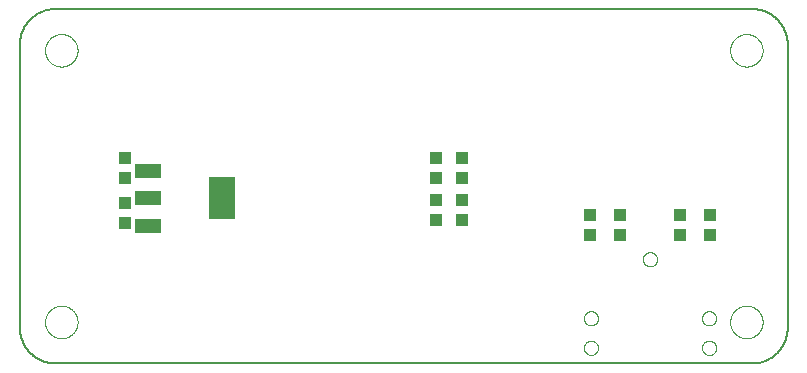
<source format=gbp>
G75*
%MOIN*%
%OFA0B0*%
%FSLAX25Y25*%
%IPPOS*%
%LPD*%
%AMOC8*
5,1,8,0,0,1.08239X$1,22.5*
%
%ADD10C,0.00500*%
%ADD11C,0.00000*%
%ADD12R,0.08800X0.04800*%
%ADD13R,0.08661X0.14173*%
%ADD14R,0.03937X0.04331*%
%ADD15R,0.04331X0.03937*%
D10*
X0016811Y0011991D02*
X0249094Y0011991D01*
X0249379Y0011994D01*
X0249665Y0012005D01*
X0249950Y0012022D01*
X0250234Y0012046D01*
X0250518Y0012077D01*
X0250801Y0012115D01*
X0251082Y0012160D01*
X0251363Y0012211D01*
X0251643Y0012269D01*
X0251921Y0012334D01*
X0252197Y0012406D01*
X0252471Y0012484D01*
X0252744Y0012569D01*
X0253014Y0012661D01*
X0253282Y0012759D01*
X0253548Y0012863D01*
X0253811Y0012974D01*
X0254071Y0013091D01*
X0254329Y0013214D01*
X0254583Y0013344D01*
X0254834Y0013480D01*
X0255082Y0013621D01*
X0255326Y0013769D01*
X0255567Y0013922D01*
X0255803Y0014082D01*
X0256036Y0014247D01*
X0256265Y0014417D01*
X0256490Y0014593D01*
X0256710Y0014775D01*
X0256926Y0014961D01*
X0257137Y0015153D01*
X0257344Y0015350D01*
X0257546Y0015552D01*
X0257743Y0015759D01*
X0257935Y0015970D01*
X0258121Y0016186D01*
X0258303Y0016406D01*
X0258479Y0016631D01*
X0258649Y0016860D01*
X0258814Y0017093D01*
X0258974Y0017329D01*
X0259127Y0017570D01*
X0259275Y0017814D01*
X0259416Y0018062D01*
X0259552Y0018313D01*
X0259682Y0018567D01*
X0259805Y0018825D01*
X0259922Y0019085D01*
X0260033Y0019348D01*
X0260137Y0019614D01*
X0260235Y0019882D01*
X0260327Y0020152D01*
X0260412Y0020425D01*
X0260490Y0020699D01*
X0260562Y0020975D01*
X0260627Y0021253D01*
X0260685Y0021533D01*
X0260736Y0021814D01*
X0260781Y0022095D01*
X0260819Y0022378D01*
X0260850Y0022662D01*
X0260874Y0022946D01*
X0260891Y0023231D01*
X0260902Y0023517D01*
X0260905Y0023802D01*
X0260906Y0023802D02*
X0260906Y0118290D01*
X0260905Y0118290D02*
X0260902Y0118575D01*
X0260891Y0118861D01*
X0260874Y0119146D01*
X0260850Y0119430D01*
X0260819Y0119714D01*
X0260781Y0119997D01*
X0260736Y0120278D01*
X0260685Y0120559D01*
X0260627Y0120839D01*
X0260562Y0121117D01*
X0260490Y0121393D01*
X0260412Y0121667D01*
X0260327Y0121940D01*
X0260235Y0122210D01*
X0260137Y0122478D01*
X0260033Y0122744D01*
X0259922Y0123007D01*
X0259805Y0123267D01*
X0259682Y0123525D01*
X0259552Y0123779D01*
X0259416Y0124030D01*
X0259275Y0124278D01*
X0259127Y0124522D01*
X0258974Y0124763D01*
X0258814Y0124999D01*
X0258649Y0125232D01*
X0258479Y0125461D01*
X0258303Y0125686D01*
X0258121Y0125906D01*
X0257935Y0126122D01*
X0257743Y0126333D01*
X0257546Y0126540D01*
X0257344Y0126742D01*
X0257137Y0126939D01*
X0256926Y0127131D01*
X0256710Y0127317D01*
X0256490Y0127499D01*
X0256265Y0127675D01*
X0256036Y0127845D01*
X0255803Y0128010D01*
X0255567Y0128170D01*
X0255326Y0128323D01*
X0255082Y0128471D01*
X0254834Y0128612D01*
X0254583Y0128748D01*
X0254329Y0128878D01*
X0254071Y0129001D01*
X0253811Y0129118D01*
X0253548Y0129229D01*
X0253282Y0129333D01*
X0253014Y0129431D01*
X0252744Y0129523D01*
X0252471Y0129608D01*
X0252197Y0129686D01*
X0251921Y0129758D01*
X0251643Y0129823D01*
X0251363Y0129881D01*
X0251082Y0129932D01*
X0250801Y0129977D01*
X0250518Y0130015D01*
X0250234Y0130046D01*
X0249950Y0130070D01*
X0249665Y0130087D01*
X0249379Y0130098D01*
X0249094Y0130101D01*
X0016811Y0130101D01*
X0016526Y0130098D01*
X0016240Y0130087D01*
X0015955Y0130070D01*
X0015671Y0130046D01*
X0015387Y0130015D01*
X0015104Y0129977D01*
X0014823Y0129932D01*
X0014542Y0129881D01*
X0014262Y0129823D01*
X0013984Y0129758D01*
X0013708Y0129686D01*
X0013434Y0129608D01*
X0013161Y0129523D01*
X0012891Y0129431D01*
X0012623Y0129333D01*
X0012357Y0129229D01*
X0012094Y0129118D01*
X0011834Y0129001D01*
X0011576Y0128878D01*
X0011322Y0128748D01*
X0011071Y0128612D01*
X0010823Y0128471D01*
X0010579Y0128323D01*
X0010338Y0128170D01*
X0010102Y0128010D01*
X0009869Y0127845D01*
X0009640Y0127675D01*
X0009415Y0127499D01*
X0009195Y0127317D01*
X0008979Y0127131D01*
X0008768Y0126939D01*
X0008561Y0126742D01*
X0008359Y0126540D01*
X0008162Y0126333D01*
X0007970Y0126122D01*
X0007784Y0125906D01*
X0007602Y0125686D01*
X0007426Y0125461D01*
X0007256Y0125232D01*
X0007091Y0124999D01*
X0006931Y0124763D01*
X0006778Y0124522D01*
X0006630Y0124278D01*
X0006489Y0124030D01*
X0006353Y0123779D01*
X0006223Y0123525D01*
X0006100Y0123267D01*
X0005983Y0123007D01*
X0005872Y0122744D01*
X0005768Y0122478D01*
X0005670Y0122210D01*
X0005578Y0121940D01*
X0005493Y0121667D01*
X0005415Y0121393D01*
X0005343Y0121117D01*
X0005278Y0120839D01*
X0005220Y0120559D01*
X0005169Y0120278D01*
X0005124Y0119997D01*
X0005086Y0119714D01*
X0005055Y0119430D01*
X0005031Y0119146D01*
X0005014Y0118861D01*
X0005003Y0118575D01*
X0005000Y0118290D01*
X0005000Y0023802D01*
X0005003Y0023517D01*
X0005014Y0023231D01*
X0005031Y0022946D01*
X0005055Y0022662D01*
X0005086Y0022378D01*
X0005124Y0022095D01*
X0005169Y0021814D01*
X0005220Y0021533D01*
X0005278Y0021253D01*
X0005343Y0020975D01*
X0005415Y0020699D01*
X0005493Y0020425D01*
X0005578Y0020152D01*
X0005670Y0019882D01*
X0005768Y0019614D01*
X0005872Y0019348D01*
X0005983Y0019085D01*
X0006100Y0018825D01*
X0006223Y0018567D01*
X0006353Y0018313D01*
X0006489Y0018062D01*
X0006630Y0017814D01*
X0006778Y0017570D01*
X0006931Y0017329D01*
X0007091Y0017093D01*
X0007256Y0016860D01*
X0007426Y0016631D01*
X0007602Y0016406D01*
X0007784Y0016186D01*
X0007970Y0015970D01*
X0008162Y0015759D01*
X0008359Y0015552D01*
X0008561Y0015350D01*
X0008768Y0015153D01*
X0008979Y0014961D01*
X0009195Y0014775D01*
X0009415Y0014593D01*
X0009640Y0014417D01*
X0009869Y0014247D01*
X0010102Y0014082D01*
X0010338Y0013922D01*
X0010579Y0013769D01*
X0010823Y0013621D01*
X0011071Y0013480D01*
X0011322Y0013344D01*
X0011576Y0013214D01*
X0011834Y0013091D01*
X0012094Y0012974D01*
X0012357Y0012863D01*
X0012623Y0012759D01*
X0012891Y0012661D01*
X0013161Y0012569D01*
X0013434Y0012484D01*
X0013708Y0012406D01*
X0013984Y0012334D01*
X0014262Y0012269D01*
X0014542Y0012211D01*
X0014823Y0012160D01*
X0015104Y0012115D01*
X0015387Y0012077D01*
X0015671Y0012046D01*
X0015955Y0012022D01*
X0016240Y0012005D01*
X0016526Y0011994D01*
X0016811Y0011991D01*
D11*
X0013367Y0025770D02*
X0013369Y0025917D01*
X0013375Y0026063D01*
X0013385Y0026209D01*
X0013399Y0026355D01*
X0013417Y0026501D01*
X0013438Y0026646D01*
X0013464Y0026790D01*
X0013494Y0026934D01*
X0013527Y0027076D01*
X0013564Y0027218D01*
X0013605Y0027359D01*
X0013650Y0027498D01*
X0013699Y0027637D01*
X0013751Y0027774D01*
X0013808Y0027909D01*
X0013867Y0028043D01*
X0013931Y0028175D01*
X0013998Y0028305D01*
X0014068Y0028434D01*
X0014142Y0028561D01*
X0014219Y0028685D01*
X0014300Y0028808D01*
X0014384Y0028928D01*
X0014471Y0029046D01*
X0014561Y0029161D01*
X0014654Y0029274D01*
X0014751Y0029385D01*
X0014850Y0029493D01*
X0014952Y0029598D01*
X0015057Y0029700D01*
X0015165Y0029799D01*
X0015276Y0029896D01*
X0015389Y0029989D01*
X0015504Y0030079D01*
X0015622Y0030166D01*
X0015742Y0030250D01*
X0015865Y0030331D01*
X0015989Y0030408D01*
X0016116Y0030482D01*
X0016245Y0030552D01*
X0016375Y0030619D01*
X0016507Y0030683D01*
X0016641Y0030742D01*
X0016776Y0030799D01*
X0016913Y0030851D01*
X0017052Y0030900D01*
X0017191Y0030945D01*
X0017332Y0030986D01*
X0017474Y0031023D01*
X0017616Y0031056D01*
X0017760Y0031086D01*
X0017904Y0031112D01*
X0018049Y0031133D01*
X0018195Y0031151D01*
X0018341Y0031165D01*
X0018487Y0031175D01*
X0018633Y0031181D01*
X0018780Y0031183D01*
X0018927Y0031181D01*
X0019073Y0031175D01*
X0019219Y0031165D01*
X0019365Y0031151D01*
X0019511Y0031133D01*
X0019656Y0031112D01*
X0019800Y0031086D01*
X0019944Y0031056D01*
X0020086Y0031023D01*
X0020228Y0030986D01*
X0020369Y0030945D01*
X0020508Y0030900D01*
X0020647Y0030851D01*
X0020784Y0030799D01*
X0020919Y0030742D01*
X0021053Y0030683D01*
X0021185Y0030619D01*
X0021315Y0030552D01*
X0021444Y0030482D01*
X0021571Y0030408D01*
X0021695Y0030331D01*
X0021818Y0030250D01*
X0021938Y0030166D01*
X0022056Y0030079D01*
X0022171Y0029989D01*
X0022284Y0029896D01*
X0022395Y0029799D01*
X0022503Y0029700D01*
X0022608Y0029598D01*
X0022710Y0029493D01*
X0022809Y0029385D01*
X0022906Y0029274D01*
X0022999Y0029161D01*
X0023089Y0029046D01*
X0023176Y0028928D01*
X0023260Y0028808D01*
X0023341Y0028685D01*
X0023418Y0028561D01*
X0023492Y0028434D01*
X0023562Y0028305D01*
X0023629Y0028175D01*
X0023693Y0028043D01*
X0023752Y0027909D01*
X0023809Y0027774D01*
X0023861Y0027637D01*
X0023910Y0027498D01*
X0023955Y0027359D01*
X0023996Y0027218D01*
X0024033Y0027076D01*
X0024066Y0026934D01*
X0024096Y0026790D01*
X0024122Y0026646D01*
X0024143Y0026501D01*
X0024161Y0026355D01*
X0024175Y0026209D01*
X0024185Y0026063D01*
X0024191Y0025917D01*
X0024193Y0025770D01*
X0024191Y0025623D01*
X0024185Y0025477D01*
X0024175Y0025331D01*
X0024161Y0025185D01*
X0024143Y0025039D01*
X0024122Y0024894D01*
X0024096Y0024750D01*
X0024066Y0024606D01*
X0024033Y0024464D01*
X0023996Y0024322D01*
X0023955Y0024181D01*
X0023910Y0024042D01*
X0023861Y0023903D01*
X0023809Y0023766D01*
X0023752Y0023631D01*
X0023693Y0023497D01*
X0023629Y0023365D01*
X0023562Y0023235D01*
X0023492Y0023106D01*
X0023418Y0022979D01*
X0023341Y0022855D01*
X0023260Y0022732D01*
X0023176Y0022612D01*
X0023089Y0022494D01*
X0022999Y0022379D01*
X0022906Y0022266D01*
X0022809Y0022155D01*
X0022710Y0022047D01*
X0022608Y0021942D01*
X0022503Y0021840D01*
X0022395Y0021741D01*
X0022284Y0021644D01*
X0022171Y0021551D01*
X0022056Y0021461D01*
X0021938Y0021374D01*
X0021818Y0021290D01*
X0021695Y0021209D01*
X0021571Y0021132D01*
X0021444Y0021058D01*
X0021315Y0020988D01*
X0021185Y0020921D01*
X0021053Y0020857D01*
X0020919Y0020798D01*
X0020784Y0020741D01*
X0020647Y0020689D01*
X0020508Y0020640D01*
X0020369Y0020595D01*
X0020228Y0020554D01*
X0020086Y0020517D01*
X0019944Y0020484D01*
X0019800Y0020454D01*
X0019656Y0020428D01*
X0019511Y0020407D01*
X0019365Y0020389D01*
X0019219Y0020375D01*
X0019073Y0020365D01*
X0018927Y0020359D01*
X0018780Y0020357D01*
X0018633Y0020359D01*
X0018487Y0020365D01*
X0018341Y0020375D01*
X0018195Y0020389D01*
X0018049Y0020407D01*
X0017904Y0020428D01*
X0017760Y0020454D01*
X0017616Y0020484D01*
X0017474Y0020517D01*
X0017332Y0020554D01*
X0017191Y0020595D01*
X0017052Y0020640D01*
X0016913Y0020689D01*
X0016776Y0020741D01*
X0016641Y0020798D01*
X0016507Y0020857D01*
X0016375Y0020921D01*
X0016245Y0020988D01*
X0016116Y0021058D01*
X0015989Y0021132D01*
X0015865Y0021209D01*
X0015742Y0021290D01*
X0015622Y0021374D01*
X0015504Y0021461D01*
X0015389Y0021551D01*
X0015276Y0021644D01*
X0015165Y0021741D01*
X0015057Y0021840D01*
X0014952Y0021942D01*
X0014850Y0022047D01*
X0014751Y0022155D01*
X0014654Y0022266D01*
X0014561Y0022379D01*
X0014471Y0022494D01*
X0014384Y0022612D01*
X0014300Y0022732D01*
X0014219Y0022855D01*
X0014142Y0022979D01*
X0014068Y0023106D01*
X0013998Y0023235D01*
X0013931Y0023365D01*
X0013867Y0023497D01*
X0013808Y0023631D01*
X0013751Y0023766D01*
X0013699Y0023903D01*
X0013650Y0024042D01*
X0013605Y0024181D01*
X0013564Y0024322D01*
X0013527Y0024464D01*
X0013494Y0024606D01*
X0013464Y0024750D01*
X0013438Y0024894D01*
X0013417Y0025039D01*
X0013399Y0025185D01*
X0013385Y0025331D01*
X0013375Y0025477D01*
X0013369Y0025623D01*
X0013367Y0025770D01*
X0013367Y0116321D02*
X0013369Y0116468D01*
X0013375Y0116614D01*
X0013385Y0116760D01*
X0013399Y0116906D01*
X0013417Y0117052D01*
X0013438Y0117197D01*
X0013464Y0117341D01*
X0013494Y0117485D01*
X0013527Y0117627D01*
X0013564Y0117769D01*
X0013605Y0117910D01*
X0013650Y0118049D01*
X0013699Y0118188D01*
X0013751Y0118325D01*
X0013808Y0118460D01*
X0013867Y0118594D01*
X0013931Y0118726D01*
X0013998Y0118856D01*
X0014068Y0118985D01*
X0014142Y0119112D01*
X0014219Y0119236D01*
X0014300Y0119359D01*
X0014384Y0119479D01*
X0014471Y0119597D01*
X0014561Y0119712D01*
X0014654Y0119825D01*
X0014751Y0119936D01*
X0014850Y0120044D01*
X0014952Y0120149D01*
X0015057Y0120251D01*
X0015165Y0120350D01*
X0015276Y0120447D01*
X0015389Y0120540D01*
X0015504Y0120630D01*
X0015622Y0120717D01*
X0015742Y0120801D01*
X0015865Y0120882D01*
X0015989Y0120959D01*
X0016116Y0121033D01*
X0016245Y0121103D01*
X0016375Y0121170D01*
X0016507Y0121234D01*
X0016641Y0121293D01*
X0016776Y0121350D01*
X0016913Y0121402D01*
X0017052Y0121451D01*
X0017191Y0121496D01*
X0017332Y0121537D01*
X0017474Y0121574D01*
X0017616Y0121607D01*
X0017760Y0121637D01*
X0017904Y0121663D01*
X0018049Y0121684D01*
X0018195Y0121702D01*
X0018341Y0121716D01*
X0018487Y0121726D01*
X0018633Y0121732D01*
X0018780Y0121734D01*
X0018927Y0121732D01*
X0019073Y0121726D01*
X0019219Y0121716D01*
X0019365Y0121702D01*
X0019511Y0121684D01*
X0019656Y0121663D01*
X0019800Y0121637D01*
X0019944Y0121607D01*
X0020086Y0121574D01*
X0020228Y0121537D01*
X0020369Y0121496D01*
X0020508Y0121451D01*
X0020647Y0121402D01*
X0020784Y0121350D01*
X0020919Y0121293D01*
X0021053Y0121234D01*
X0021185Y0121170D01*
X0021315Y0121103D01*
X0021444Y0121033D01*
X0021571Y0120959D01*
X0021695Y0120882D01*
X0021818Y0120801D01*
X0021938Y0120717D01*
X0022056Y0120630D01*
X0022171Y0120540D01*
X0022284Y0120447D01*
X0022395Y0120350D01*
X0022503Y0120251D01*
X0022608Y0120149D01*
X0022710Y0120044D01*
X0022809Y0119936D01*
X0022906Y0119825D01*
X0022999Y0119712D01*
X0023089Y0119597D01*
X0023176Y0119479D01*
X0023260Y0119359D01*
X0023341Y0119236D01*
X0023418Y0119112D01*
X0023492Y0118985D01*
X0023562Y0118856D01*
X0023629Y0118726D01*
X0023693Y0118594D01*
X0023752Y0118460D01*
X0023809Y0118325D01*
X0023861Y0118188D01*
X0023910Y0118049D01*
X0023955Y0117910D01*
X0023996Y0117769D01*
X0024033Y0117627D01*
X0024066Y0117485D01*
X0024096Y0117341D01*
X0024122Y0117197D01*
X0024143Y0117052D01*
X0024161Y0116906D01*
X0024175Y0116760D01*
X0024185Y0116614D01*
X0024191Y0116468D01*
X0024193Y0116321D01*
X0024191Y0116174D01*
X0024185Y0116028D01*
X0024175Y0115882D01*
X0024161Y0115736D01*
X0024143Y0115590D01*
X0024122Y0115445D01*
X0024096Y0115301D01*
X0024066Y0115157D01*
X0024033Y0115015D01*
X0023996Y0114873D01*
X0023955Y0114732D01*
X0023910Y0114593D01*
X0023861Y0114454D01*
X0023809Y0114317D01*
X0023752Y0114182D01*
X0023693Y0114048D01*
X0023629Y0113916D01*
X0023562Y0113786D01*
X0023492Y0113657D01*
X0023418Y0113530D01*
X0023341Y0113406D01*
X0023260Y0113283D01*
X0023176Y0113163D01*
X0023089Y0113045D01*
X0022999Y0112930D01*
X0022906Y0112817D01*
X0022809Y0112706D01*
X0022710Y0112598D01*
X0022608Y0112493D01*
X0022503Y0112391D01*
X0022395Y0112292D01*
X0022284Y0112195D01*
X0022171Y0112102D01*
X0022056Y0112012D01*
X0021938Y0111925D01*
X0021818Y0111841D01*
X0021695Y0111760D01*
X0021571Y0111683D01*
X0021444Y0111609D01*
X0021315Y0111539D01*
X0021185Y0111472D01*
X0021053Y0111408D01*
X0020919Y0111349D01*
X0020784Y0111292D01*
X0020647Y0111240D01*
X0020508Y0111191D01*
X0020369Y0111146D01*
X0020228Y0111105D01*
X0020086Y0111068D01*
X0019944Y0111035D01*
X0019800Y0111005D01*
X0019656Y0110979D01*
X0019511Y0110958D01*
X0019365Y0110940D01*
X0019219Y0110926D01*
X0019073Y0110916D01*
X0018927Y0110910D01*
X0018780Y0110908D01*
X0018633Y0110910D01*
X0018487Y0110916D01*
X0018341Y0110926D01*
X0018195Y0110940D01*
X0018049Y0110958D01*
X0017904Y0110979D01*
X0017760Y0111005D01*
X0017616Y0111035D01*
X0017474Y0111068D01*
X0017332Y0111105D01*
X0017191Y0111146D01*
X0017052Y0111191D01*
X0016913Y0111240D01*
X0016776Y0111292D01*
X0016641Y0111349D01*
X0016507Y0111408D01*
X0016375Y0111472D01*
X0016245Y0111539D01*
X0016116Y0111609D01*
X0015989Y0111683D01*
X0015865Y0111760D01*
X0015742Y0111841D01*
X0015622Y0111925D01*
X0015504Y0112012D01*
X0015389Y0112102D01*
X0015276Y0112195D01*
X0015165Y0112292D01*
X0015057Y0112391D01*
X0014952Y0112493D01*
X0014850Y0112598D01*
X0014751Y0112706D01*
X0014654Y0112817D01*
X0014561Y0112930D01*
X0014471Y0113045D01*
X0014384Y0113163D01*
X0014300Y0113283D01*
X0014219Y0113406D01*
X0014142Y0113530D01*
X0014068Y0113657D01*
X0013998Y0113786D01*
X0013931Y0113916D01*
X0013867Y0114048D01*
X0013808Y0114182D01*
X0013751Y0114317D01*
X0013699Y0114454D01*
X0013650Y0114593D01*
X0013605Y0114732D01*
X0013564Y0114873D01*
X0013527Y0115015D01*
X0013494Y0115157D01*
X0013464Y0115301D01*
X0013438Y0115445D01*
X0013417Y0115590D01*
X0013399Y0115736D01*
X0013385Y0115882D01*
X0013375Y0116028D01*
X0013369Y0116174D01*
X0013367Y0116321D01*
X0192953Y0026991D02*
X0192955Y0027088D01*
X0192961Y0027185D01*
X0192971Y0027281D01*
X0192985Y0027377D01*
X0193003Y0027473D01*
X0193024Y0027567D01*
X0193050Y0027661D01*
X0193079Y0027753D01*
X0193113Y0027844D01*
X0193149Y0027934D01*
X0193190Y0028022D01*
X0193234Y0028108D01*
X0193282Y0028193D01*
X0193333Y0028275D01*
X0193387Y0028356D01*
X0193445Y0028434D01*
X0193506Y0028509D01*
X0193569Y0028582D01*
X0193636Y0028653D01*
X0193706Y0028720D01*
X0193778Y0028785D01*
X0193853Y0028846D01*
X0193931Y0028905D01*
X0194010Y0028960D01*
X0194092Y0029012D01*
X0194176Y0029060D01*
X0194262Y0029105D01*
X0194350Y0029147D01*
X0194439Y0029185D01*
X0194530Y0029219D01*
X0194622Y0029249D01*
X0194715Y0029276D01*
X0194810Y0029298D01*
X0194905Y0029317D01*
X0195001Y0029332D01*
X0195097Y0029343D01*
X0195194Y0029350D01*
X0195291Y0029353D01*
X0195388Y0029352D01*
X0195485Y0029347D01*
X0195581Y0029338D01*
X0195677Y0029325D01*
X0195773Y0029308D01*
X0195868Y0029287D01*
X0195961Y0029263D01*
X0196054Y0029234D01*
X0196146Y0029202D01*
X0196236Y0029166D01*
X0196324Y0029127D01*
X0196411Y0029083D01*
X0196496Y0029037D01*
X0196579Y0028986D01*
X0196660Y0028933D01*
X0196738Y0028876D01*
X0196815Y0028816D01*
X0196888Y0028753D01*
X0196959Y0028687D01*
X0197027Y0028618D01*
X0197093Y0028546D01*
X0197155Y0028472D01*
X0197214Y0028395D01*
X0197270Y0028316D01*
X0197323Y0028234D01*
X0197373Y0028151D01*
X0197418Y0028065D01*
X0197461Y0027978D01*
X0197500Y0027889D01*
X0197535Y0027799D01*
X0197566Y0027707D01*
X0197593Y0027614D01*
X0197617Y0027520D01*
X0197637Y0027425D01*
X0197653Y0027329D01*
X0197665Y0027233D01*
X0197673Y0027136D01*
X0197677Y0027039D01*
X0197677Y0026943D01*
X0197673Y0026846D01*
X0197665Y0026749D01*
X0197653Y0026653D01*
X0197637Y0026557D01*
X0197617Y0026462D01*
X0197593Y0026368D01*
X0197566Y0026275D01*
X0197535Y0026183D01*
X0197500Y0026093D01*
X0197461Y0026004D01*
X0197418Y0025917D01*
X0197373Y0025831D01*
X0197323Y0025748D01*
X0197270Y0025666D01*
X0197214Y0025587D01*
X0197155Y0025510D01*
X0197093Y0025436D01*
X0197027Y0025364D01*
X0196959Y0025295D01*
X0196888Y0025229D01*
X0196815Y0025166D01*
X0196738Y0025106D01*
X0196660Y0025049D01*
X0196579Y0024996D01*
X0196496Y0024945D01*
X0196411Y0024899D01*
X0196324Y0024855D01*
X0196236Y0024816D01*
X0196146Y0024780D01*
X0196054Y0024748D01*
X0195961Y0024719D01*
X0195868Y0024695D01*
X0195773Y0024674D01*
X0195677Y0024657D01*
X0195581Y0024644D01*
X0195485Y0024635D01*
X0195388Y0024630D01*
X0195291Y0024629D01*
X0195194Y0024632D01*
X0195097Y0024639D01*
X0195001Y0024650D01*
X0194905Y0024665D01*
X0194810Y0024684D01*
X0194715Y0024706D01*
X0194622Y0024733D01*
X0194530Y0024763D01*
X0194439Y0024797D01*
X0194350Y0024835D01*
X0194262Y0024877D01*
X0194176Y0024922D01*
X0194092Y0024970D01*
X0194010Y0025022D01*
X0193931Y0025077D01*
X0193853Y0025136D01*
X0193778Y0025197D01*
X0193706Y0025262D01*
X0193636Y0025329D01*
X0193569Y0025400D01*
X0193506Y0025473D01*
X0193445Y0025548D01*
X0193387Y0025626D01*
X0193333Y0025707D01*
X0193282Y0025789D01*
X0193234Y0025874D01*
X0193190Y0025960D01*
X0193149Y0026048D01*
X0193113Y0026138D01*
X0193079Y0026229D01*
X0193050Y0026321D01*
X0193024Y0026415D01*
X0193003Y0026509D01*
X0192985Y0026605D01*
X0192971Y0026701D01*
X0192961Y0026797D01*
X0192955Y0026894D01*
X0192953Y0026991D01*
X0192953Y0017148D02*
X0192955Y0017245D01*
X0192961Y0017342D01*
X0192971Y0017438D01*
X0192985Y0017534D01*
X0193003Y0017630D01*
X0193024Y0017724D01*
X0193050Y0017818D01*
X0193079Y0017910D01*
X0193113Y0018001D01*
X0193149Y0018091D01*
X0193190Y0018179D01*
X0193234Y0018265D01*
X0193282Y0018350D01*
X0193333Y0018432D01*
X0193387Y0018513D01*
X0193445Y0018591D01*
X0193506Y0018666D01*
X0193569Y0018739D01*
X0193636Y0018810D01*
X0193706Y0018877D01*
X0193778Y0018942D01*
X0193853Y0019003D01*
X0193931Y0019062D01*
X0194010Y0019117D01*
X0194092Y0019169D01*
X0194176Y0019217D01*
X0194262Y0019262D01*
X0194350Y0019304D01*
X0194439Y0019342D01*
X0194530Y0019376D01*
X0194622Y0019406D01*
X0194715Y0019433D01*
X0194810Y0019455D01*
X0194905Y0019474D01*
X0195001Y0019489D01*
X0195097Y0019500D01*
X0195194Y0019507D01*
X0195291Y0019510D01*
X0195388Y0019509D01*
X0195485Y0019504D01*
X0195581Y0019495D01*
X0195677Y0019482D01*
X0195773Y0019465D01*
X0195868Y0019444D01*
X0195961Y0019420D01*
X0196054Y0019391D01*
X0196146Y0019359D01*
X0196236Y0019323D01*
X0196324Y0019284D01*
X0196411Y0019240D01*
X0196496Y0019194D01*
X0196579Y0019143D01*
X0196660Y0019090D01*
X0196738Y0019033D01*
X0196815Y0018973D01*
X0196888Y0018910D01*
X0196959Y0018844D01*
X0197027Y0018775D01*
X0197093Y0018703D01*
X0197155Y0018629D01*
X0197214Y0018552D01*
X0197270Y0018473D01*
X0197323Y0018391D01*
X0197373Y0018308D01*
X0197418Y0018222D01*
X0197461Y0018135D01*
X0197500Y0018046D01*
X0197535Y0017956D01*
X0197566Y0017864D01*
X0197593Y0017771D01*
X0197617Y0017677D01*
X0197637Y0017582D01*
X0197653Y0017486D01*
X0197665Y0017390D01*
X0197673Y0017293D01*
X0197677Y0017196D01*
X0197677Y0017100D01*
X0197673Y0017003D01*
X0197665Y0016906D01*
X0197653Y0016810D01*
X0197637Y0016714D01*
X0197617Y0016619D01*
X0197593Y0016525D01*
X0197566Y0016432D01*
X0197535Y0016340D01*
X0197500Y0016250D01*
X0197461Y0016161D01*
X0197418Y0016074D01*
X0197373Y0015988D01*
X0197323Y0015905D01*
X0197270Y0015823D01*
X0197214Y0015744D01*
X0197155Y0015667D01*
X0197093Y0015593D01*
X0197027Y0015521D01*
X0196959Y0015452D01*
X0196888Y0015386D01*
X0196815Y0015323D01*
X0196738Y0015263D01*
X0196660Y0015206D01*
X0196579Y0015153D01*
X0196496Y0015102D01*
X0196411Y0015056D01*
X0196324Y0015012D01*
X0196236Y0014973D01*
X0196146Y0014937D01*
X0196054Y0014905D01*
X0195961Y0014876D01*
X0195868Y0014852D01*
X0195773Y0014831D01*
X0195677Y0014814D01*
X0195581Y0014801D01*
X0195485Y0014792D01*
X0195388Y0014787D01*
X0195291Y0014786D01*
X0195194Y0014789D01*
X0195097Y0014796D01*
X0195001Y0014807D01*
X0194905Y0014822D01*
X0194810Y0014841D01*
X0194715Y0014863D01*
X0194622Y0014890D01*
X0194530Y0014920D01*
X0194439Y0014954D01*
X0194350Y0014992D01*
X0194262Y0015034D01*
X0194176Y0015079D01*
X0194092Y0015127D01*
X0194010Y0015179D01*
X0193931Y0015234D01*
X0193853Y0015293D01*
X0193778Y0015354D01*
X0193706Y0015419D01*
X0193636Y0015486D01*
X0193569Y0015557D01*
X0193506Y0015630D01*
X0193445Y0015705D01*
X0193387Y0015783D01*
X0193333Y0015864D01*
X0193282Y0015946D01*
X0193234Y0016031D01*
X0193190Y0016117D01*
X0193149Y0016205D01*
X0193113Y0016295D01*
X0193079Y0016386D01*
X0193050Y0016478D01*
X0193024Y0016572D01*
X0193003Y0016666D01*
X0192985Y0016762D01*
X0192971Y0016858D01*
X0192961Y0016954D01*
X0192955Y0017051D01*
X0192953Y0017148D01*
X0232323Y0017148D02*
X0232325Y0017245D01*
X0232331Y0017342D01*
X0232341Y0017438D01*
X0232355Y0017534D01*
X0232373Y0017630D01*
X0232394Y0017724D01*
X0232420Y0017818D01*
X0232449Y0017910D01*
X0232483Y0018001D01*
X0232519Y0018091D01*
X0232560Y0018179D01*
X0232604Y0018265D01*
X0232652Y0018350D01*
X0232703Y0018432D01*
X0232757Y0018513D01*
X0232815Y0018591D01*
X0232876Y0018666D01*
X0232939Y0018739D01*
X0233006Y0018810D01*
X0233076Y0018877D01*
X0233148Y0018942D01*
X0233223Y0019003D01*
X0233301Y0019062D01*
X0233380Y0019117D01*
X0233462Y0019169D01*
X0233546Y0019217D01*
X0233632Y0019262D01*
X0233720Y0019304D01*
X0233809Y0019342D01*
X0233900Y0019376D01*
X0233992Y0019406D01*
X0234085Y0019433D01*
X0234180Y0019455D01*
X0234275Y0019474D01*
X0234371Y0019489D01*
X0234467Y0019500D01*
X0234564Y0019507D01*
X0234661Y0019510D01*
X0234758Y0019509D01*
X0234855Y0019504D01*
X0234951Y0019495D01*
X0235047Y0019482D01*
X0235143Y0019465D01*
X0235238Y0019444D01*
X0235331Y0019420D01*
X0235424Y0019391D01*
X0235516Y0019359D01*
X0235606Y0019323D01*
X0235694Y0019284D01*
X0235781Y0019240D01*
X0235866Y0019194D01*
X0235949Y0019143D01*
X0236030Y0019090D01*
X0236108Y0019033D01*
X0236185Y0018973D01*
X0236258Y0018910D01*
X0236329Y0018844D01*
X0236397Y0018775D01*
X0236463Y0018703D01*
X0236525Y0018629D01*
X0236584Y0018552D01*
X0236640Y0018473D01*
X0236693Y0018391D01*
X0236743Y0018308D01*
X0236788Y0018222D01*
X0236831Y0018135D01*
X0236870Y0018046D01*
X0236905Y0017956D01*
X0236936Y0017864D01*
X0236963Y0017771D01*
X0236987Y0017677D01*
X0237007Y0017582D01*
X0237023Y0017486D01*
X0237035Y0017390D01*
X0237043Y0017293D01*
X0237047Y0017196D01*
X0237047Y0017100D01*
X0237043Y0017003D01*
X0237035Y0016906D01*
X0237023Y0016810D01*
X0237007Y0016714D01*
X0236987Y0016619D01*
X0236963Y0016525D01*
X0236936Y0016432D01*
X0236905Y0016340D01*
X0236870Y0016250D01*
X0236831Y0016161D01*
X0236788Y0016074D01*
X0236743Y0015988D01*
X0236693Y0015905D01*
X0236640Y0015823D01*
X0236584Y0015744D01*
X0236525Y0015667D01*
X0236463Y0015593D01*
X0236397Y0015521D01*
X0236329Y0015452D01*
X0236258Y0015386D01*
X0236185Y0015323D01*
X0236108Y0015263D01*
X0236030Y0015206D01*
X0235949Y0015153D01*
X0235866Y0015102D01*
X0235781Y0015056D01*
X0235694Y0015012D01*
X0235606Y0014973D01*
X0235516Y0014937D01*
X0235424Y0014905D01*
X0235331Y0014876D01*
X0235238Y0014852D01*
X0235143Y0014831D01*
X0235047Y0014814D01*
X0234951Y0014801D01*
X0234855Y0014792D01*
X0234758Y0014787D01*
X0234661Y0014786D01*
X0234564Y0014789D01*
X0234467Y0014796D01*
X0234371Y0014807D01*
X0234275Y0014822D01*
X0234180Y0014841D01*
X0234085Y0014863D01*
X0233992Y0014890D01*
X0233900Y0014920D01*
X0233809Y0014954D01*
X0233720Y0014992D01*
X0233632Y0015034D01*
X0233546Y0015079D01*
X0233462Y0015127D01*
X0233380Y0015179D01*
X0233301Y0015234D01*
X0233223Y0015293D01*
X0233148Y0015354D01*
X0233076Y0015419D01*
X0233006Y0015486D01*
X0232939Y0015557D01*
X0232876Y0015630D01*
X0232815Y0015705D01*
X0232757Y0015783D01*
X0232703Y0015864D01*
X0232652Y0015946D01*
X0232604Y0016031D01*
X0232560Y0016117D01*
X0232519Y0016205D01*
X0232483Y0016295D01*
X0232449Y0016386D01*
X0232420Y0016478D01*
X0232394Y0016572D01*
X0232373Y0016666D01*
X0232355Y0016762D01*
X0232341Y0016858D01*
X0232331Y0016954D01*
X0232325Y0017051D01*
X0232323Y0017148D01*
X0241713Y0025770D02*
X0241715Y0025917D01*
X0241721Y0026063D01*
X0241731Y0026209D01*
X0241745Y0026355D01*
X0241763Y0026501D01*
X0241784Y0026646D01*
X0241810Y0026790D01*
X0241840Y0026934D01*
X0241873Y0027076D01*
X0241910Y0027218D01*
X0241951Y0027359D01*
X0241996Y0027498D01*
X0242045Y0027637D01*
X0242097Y0027774D01*
X0242154Y0027909D01*
X0242213Y0028043D01*
X0242277Y0028175D01*
X0242344Y0028305D01*
X0242414Y0028434D01*
X0242488Y0028561D01*
X0242565Y0028685D01*
X0242646Y0028808D01*
X0242730Y0028928D01*
X0242817Y0029046D01*
X0242907Y0029161D01*
X0243000Y0029274D01*
X0243097Y0029385D01*
X0243196Y0029493D01*
X0243298Y0029598D01*
X0243403Y0029700D01*
X0243511Y0029799D01*
X0243622Y0029896D01*
X0243735Y0029989D01*
X0243850Y0030079D01*
X0243968Y0030166D01*
X0244088Y0030250D01*
X0244211Y0030331D01*
X0244335Y0030408D01*
X0244462Y0030482D01*
X0244591Y0030552D01*
X0244721Y0030619D01*
X0244853Y0030683D01*
X0244987Y0030742D01*
X0245122Y0030799D01*
X0245259Y0030851D01*
X0245398Y0030900D01*
X0245537Y0030945D01*
X0245678Y0030986D01*
X0245820Y0031023D01*
X0245962Y0031056D01*
X0246106Y0031086D01*
X0246250Y0031112D01*
X0246395Y0031133D01*
X0246541Y0031151D01*
X0246687Y0031165D01*
X0246833Y0031175D01*
X0246979Y0031181D01*
X0247126Y0031183D01*
X0247273Y0031181D01*
X0247419Y0031175D01*
X0247565Y0031165D01*
X0247711Y0031151D01*
X0247857Y0031133D01*
X0248002Y0031112D01*
X0248146Y0031086D01*
X0248290Y0031056D01*
X0248432Y0031023D01*
X0248574Y0030986D01*
X0248715Y0030945D01*
X0248854Y0030900D01*
X0248993Y0030851D01*
X0249130Y0030799D01*
X0249265Y0030742D01*
X0249399Y0030683D01*
X0249531Y0030619D01*
X0249661Y0030552D01*
X0249790Y0030482D01*
X0249917Y0030408D01*
X0250041Y0030331D01*
X0250164Y0030250D01*
X0250284Y0030166D01*
X0250402Y0030079D01*
X0250517Y0029989D01*
X0250630Y0029896D01*
X0250741Y0029799D01*
X0250849Y0029700D01*
X0250954Y0029598D01*
X0251056Y0029493D01*
X0251155Y0029385D01*
X0251252Y0029274D01*
X0251345Y0029161D01*
X0251435Y0029046D01*
X0251522Y0028928D01*
X0251606Y0028808D01*
X0251687Y0028685D01*
X0251764Y0028561D01*
X0251838Y0028434D01*
X0251908Y0028305D01*
X0251975Y0028175D01*
X0252039Y0028043D01*
X0252098Y0027909D01*
X0252155Y0027774D01*
X0252207Y0027637D01*
X0252256Y0027498D01*
X0252301Y0027359D01*
X0252342Y0027218D01*
X0252379Y0027076D01*
X0252412Y0026934D01*
X0252442Y0026790D01*
X0252468Y0026646D01*
X0252489Y0026501D01*
X0252507Y0026355D01*
X0252521Y0026209D01*
X0252531Y0026063D01*
X0252537Y0025917D01*
X0252539Y0025770D01*
X0252537Y0025623D01*
X0252531Y0025477D01*
X0252521Y0025331D01*
X0252507Y0025185D01*
X0252489Y0025039D01*
X0252468Y0024894D01*
X0252442Y0024750D01*
X0252412Y0024606D01*
X0252379Y0024464D01*
X0252342Y0024322D01*
X0252301Y0024181D01*
X0252256Y0024042D01*
X0252207Y0023903D01*
X0252155Y0023766D01*
X0252098Y0023631D01*
X0252039Y0023497D01*
X0251975Y0023365D01*
X0251908Y0023235D01*
X0251838Y0023106D01*
X0251764Y0022979D01*
X0251687Y0022855D01*
X0251606Y0022732D01*
X0251522Y0022612D01*
X0251435Y0022494D01*
X0251345Y0022379D01*
X0251252Y0022266D01*
X0251155Y0022155D01*
X0251056Y0022047D01*
X0250954Y0021942D01*
X0250849Y0021840D01*
X0250741Y0021741D01*
X0250630Y0021644D01*
X0250517Y0021551D01*
X0250402Y0021461D01*
X0250284Y0021374D01*
X0250164Y0021290D01*
X0250041Y0021209D01*
X0249917Y0021132D01*
X0249790Y0021058D01*
X0249661Y0020988D01*
X0249531Y0020921D01*
X0249399Y0020857D01*
X0249265Y0020798D01*
X0249130Y0020741D01*
X0248993Y0020689D01*
X0248854Y0020640D01*
X0248715Y0020595D01*
X0248574Y0020554D01*
X0248432Y0020517D01*
X0248290Y0020484D01*
X0248146Y0020454D01*
X0248002Y0020428D01*
X0247857Y0020407D01*
X0247711Y0020389D01*
X0247565Y0020375D01*
X0247419Y0020365D01*
X0247273Y0020359D01*
X0247126Y0020357D01*
X0246979Y0020359D01*
X0246833Y0020365D01*
X0246687Y0020375D01*
X0246541Y0020389D01*
X0246395Y0020407D01*
X0246250Y0020428D01*
X0246106Y0020454D01*
X0245962Y0020484D01*
X0245820Y0020517D01*
X0245678Y0020554D01*
X0245537Y0020595D01*
X0245398Y0020640D01*
X0245259Y0020689D01*
X0245122Y0020741D01*
X0244987Y0020798D01*
X0244853Y0020857D01*
X0244721Y0020921D01*
X0244591Y0020988D01*
X0244462Y0021058D01*
X0244335Y0021132D01*
X0244211Y0021209D01*
X0244088Y0021290D01*
X0243968Y0021374D01*
X0243850Y0021461D01*
X0243735Y0021551D01*
X0243622Y0021644D01*
X0243511Y0021741D01*
X0243403Y0021840D01*
X0243298Y0021942D01*
X0243196Y0022047D01*
X0243097Y0022155D01*
X0243000Y0022266D01*
X0242907Y0022379D01*
X0242817Y0022494D01*
X0242730Y0022612D01*
X0242646Y0022732D01*
X0242565Y0022855D01*
X0242488Y0022979D01*
X0242414Y0023106D01*
X0242344Y0023235D01*
X0242277Y0023365D01*
X0242213Y0023497D01*
X0242154Y0023631D01*
X0242097Y0023766D01*
X0242045Y0023903D01*
X0241996Y0024042D01*
X0241951Y0024181D01*
X0241910Y0024322D01*
X0241873Y0024464D01*
X0241840Y0024606D01*
X0241810Y0024750D01*
X0241784Y0024894D01*
X0241763Y0025039D01*
X0241745Y0025185D01*
X0241731Y0025331D01*
X0241721Y0025477D01*
X0241715Y0025623D01*
X0241713Y0025770D01*
X0232323Y0026991D02*
X0232325Y0027088D01*
X0232331Y0027185D01*
X0232341Y0027281D01*
X0232355Y0027377D01*
X0232373Y0027473D01*
X0232394Y0027567D01*
X0232420Y0027661D01*
X0232449Y0027753D01*
X0232483Y0027844D01*
X0232519Y0027934D01*
X0232560Y0028022D01*
X0232604Y0028108D01*
X0232652Y0028193D01*
X0232703Y0028275D01*
X0232757Y0028356D01*
X0232815Y0028434D01*
X0232876Y0028509D01*
X0232939Y0028582D01*
X0233006Y0028653D01*
X0233076Y0028720D01*
X0233148Y0028785D01*
X0233223Y0028846D01*
X0233301Y0028905D01*
X0233380Y0028960D01*
X0233462Y0029012D01*
X0233546Y0029060D01*
X0233632Y0029105D01*
X0233720Y0029147D01*
X0233809Y0029185D01*
X0233900Y0029219D01*
X0233992Y0029249D01*
X0234085Y0029276D01*
X0234180Y0029298D01*
X0234275Y0029317D01*
X0234371Y0029332D01*
X0234467Y0029343D01*
X0234564Y0029350D01*
X0234661Y0029353D01*
X0234758Y0029352D01*
X0234855Y0029347D01*
X0234951Y0029338D01*
X0235047Y0029325D01*
X0235143Y0029308D01*
X0235238Y0029287D01*
X0235331Y0029263D01*
X0235424Y0029234D01*
X0235516Y0029202D01*
X0235606Y0029166D01*
X0235694Y0029127D01*
X0235781Y0029083D01*
X0235866Y0029037D01*
X0235949Y0028986D01*
X0236030Y0028933D01*
X0236108Y0028876D01*
X0236185Y0028816D01*
X0236258Y0028753D01*
X0236329Y0028687D01*
X0236397Y0028618D01*
X0236463Y0028546D01*
X0236525Y0028472D01*
X0236584Y0028395D01*
X0236640Y0028316D01*
X0236693Y0028234D01*
X0236743Y0028151D01*
X0236788Y0028065D01*
X0236831Y0027978D01*
X0236870Y0027889D01*
X0236905Y0027799D01*
X0236936Y0027707D01*
X0236963Y0027614D01*
X0236987Y0027520D01*
X0237007Y0027425D01*
X0237023Y0027329D01*
X0237035Y0027233D01*
X0237043Y0027136D01*
X0237047Y0027039D01*
X0237047Y0026943D01*
X0237043Y0026846D01*
X0237035Y0026749D01*
X0237023Y0026653D01*
X0237007Y0026557D01*
X0236987Y0026462D01*
X0236963Y0026368D01*
X0236936Y0026275D01*
X0236905Y0026183D01*
X0236870Y0026093D01*
X0236831Y0026004D01*
X0236788Y0025917D01*
X0236743Y0025831D01*
X0236693Y0025748D01*
X0236640Y0025666D01*
X0236584Y0025587D01*
X0236525Y0025510D01*
X0236463Y0025436D01*
X0236397Y0025364D01*
X0236329Y0025295D01*
X0236258Y0025229D01*
X0236185Y0025166D01*
X0236108Y0025106D01*
X0236030Y0025049D01*
X0235949Y0024996D01*
X0235866Y0024945D01*
X0235781Y0024899D01*
X0235694Y0024855D01*
X0235606Y0024816D01*
X0235516Y0024780D01*
X0235424Y0024748D01*
X0235331Y0024719D01*
X0235238Y0024695D01*
X0235143Y0024674D01*
X0235047Y0024657D01*
X0234951Y0024644D01*
X0234855Y0024635D01*
X0234758Y0024630D01*
X0234661Y0024629D01*
X0234564Y0024632D01*
X0234467Y0024639D01*
X0234371Y0024650D01*
X0234275Y0024665D01*
X0234180Y0024684D01*
X0234085Y0024706D01*
X0233992Y0024733D01*
X0233900Y0024763D01*
X0233809Y0024797D01*
X0233720Y0024835D01*
X0233632Y0024877D01*
X0233546Y0024922D01*
X0233462Y0024970D01*
X0233380Y0025022D01*
X0233301Y0025077D01*
X0233223Y0025136D01*
X0233148Y0025197D01*
X0233076Y0025262D01*
X0233006Y0025329D01*
X0232939Y0025400D01*
X0232876Y0025473D01*
X0232815Y0025548D01*
X0232757Y0025626D01*
X0232703Y0025707D01*
X0232652Y0025789D01*
X0232604Y0025874D01*
X0232560Y0025960D01*
X0232519Y0026048D01*
X0232483Y0026138D01*
X0232449Y0026229D01*
X0232420Y0026321D01*
X0232394Y0026415D01*
X0232373Y0026509D01*
X0232355Y0026605D01*
X0232341Y0026701D01*
X0232331Y0026797D01*
X0232325Y0026894D01*
X0232323Y0026991D01*
X0212638Y0046676D02*
X0212640Y0046773D01*
X0212646Y0046870D01*
X0212656Y0046966D01*
X0212670Y0047062D01*
X0212688Y0047158D01*
X0212709Y0047252D01*
X0212735Y0047346D01*
X0212764Y0047438D01*
X0212798Y0047529D01*
X0212834Y0047619D01*
X0212875Y0047707D01*
X0212919Y0047793D01*
X0212967Y0047878D01*
X0213018Y0047960D01*
X0213072Y0048041D01*
X0213130Y0048119D01*
X0213191Y0048194D01*
X0213254Y0048267D01*
X0213321Y0048338D01*
X0213391Y0048405D01*
X0213463Y0048470D01*
X0213538Y0048531D01*
X0213616Y0048590D01*
X0213695Y0048645D01*
X0213777Y0048697D01*
X0213861Y0048745D01*
X0213947Y0048790D01*
X0214035Y0048832D01*
X0214124Y0048870D01*
X0214215Y0048904D01*
X0214307Y0048934D01*
X0214400Y0048961D01*
X0214495Y0048983D01*
X0214590Y0049002D01*
X0214686Y0049017D01*
X0214782Y0049028D01*
X0214879Y0049035D01*
X0214976Y0049038D01*
X0215073Y0049037D01*
X0215170Y0049032D01*
X0215266Y0049023D01*
X0215362Y0049010D01*
X0215458Y0048993D01*
X0215553Y0048972D01*
X0215646Y0048948D01*
X0215739Y0048919D01*
X0215831Y0048887D01*
X0215921Y0048851D01*
X0216009Y0048812D01*
X0216096Y0048768D01*
X0216181Y0048722D01*
X0216264Y0048671D01*
X0216345Y0048618D01*
X0216423Y0048561D01*
X0216500Y0048501D01*
X0216573Y0048438D01*
X0216644Y0048372D01*
X0216712Y0048303D01*
X0216778Y0048231D01*
X0216840Y0048157D01*
X0216899Y0048080D01*
X0216955Y0048001D01*
X0217008Y0047919D01*
X0217058Y0047836D01*
X0217103Y0047750D01*
X0217146Y0047663D01*
X0217185Y0047574D01*
X0217220Y0047484D01*
X0217251Y0047392D01*
X0217278Y0047299D01*
X0217302Y0047205D01*
X0217322Y0047110D01*
X0217338Y0047014D01*
X0217350Y0046918D01*
X0217358Y0046821D01*
X0217362Y0046724D01*
X0217362Y0046628D01*
X0217358Y0046531D01*
X0217350Y0046434D01*
X0217338Y0046338D01*
X0217322Y0046242D01*
X0217302Y0046147D01*
X0217278Y0046053D01*
X0217251Y0045960D01*
X0217220Y0045868D01*
X0217185Y0045778D01*
X0217146Y0045689D01*
X0217103Y0045602D01*
X0217058Y0045516D01*
X0217008Y0045433D01*
X0216955Y0045351D01*
X0216899Y0045272D01*
X0216840Y0045195D01*
X0216778Y0045121D01*
X0216712Y0045049D01*
X0216644Y0044980D01*
X0216573Y0044914D01*
X0216500Y0044851D01*
X0216423Y0044791D01*
X0216345Y0044734D01*
X0216264Y0044681D01*
X0216181Y0044630D01*
X0216096Y0044584D01*
X0216009Y0044540D01*
X0215921Y0044501D01*
X0215831Y0044465D01*
X0215739Y0044433D01*
X0215646Y0044404D01*
X0215553Y0044380D01*
X0215458Y0044359D01*
X0215362Y0044342D01*
X0215266Y0044329D01*
X0215170Y0044320D01*
X0215073Y0044315D01*
X0214976Y0044314D01*
X0214879Y0044317D01*
X0214782Y0044324D01*
X0214686Y0044335D01*
X0214590Y0044350D01*
X0214495Y0044369D01*
X0214400Y0044391D01*
X0214307Y0044418D01*
X0214215Y0044448D01*
X0214124Y0044482D01*
X0214035Y0044520D01*
X0213947Y0044562D01*
X0213861Y0044607D01*
X0213777Y0044655D01*
X0213695Y0044707D01*
X0213616Y0044762D01*
X0213538Y0044821D01*
X0213463Y0044882D01*
X0213391Y0044947D01*
X0213321Y0045014D01*
X0213254Y0045085D01*
X0213191Y0045158D01*
X0213130Y0045233D01*
X0213072Y0045311D01*
X0213018Y0045392D01*
X0212967Y0045474D01*
X0212919Y0045559D01*
X0212875Y0045645D01*
X0212834Y0045733D01*
X0212798Y0045823D01*
X0212764Y0045914D01*
X0212735Y0046006D01*
X0212709Y0046100D01*
X0212688Y0046194D01*
X0212670Y0046290D01*
X0212656Y0046386D01*
X0212646Y0046482D01*
X0212640Y0046579D01*
X0212638Y0046676D01*
X0241713Y0116321D02*
X0241715Y0116468D01*
X0241721Y0116614D01*
X0241731Y0116760D01*
X0241745Y0116906D01*
X0241763Y0117052D01*
X0241784Y0117197D01*
X0241810Y0117341D01*
X0241840Y0117485D01*
X0241873Y0117627D01*
X0241910Y0117769D01*
X0241951Y0117910D01*
X0241996Y0118049D01*
X0242045Y0118188D01*
X0242097Y0118325D01*
X0242154Y0118460D01*
X0242213Y0118594D01*
X0242277Y0118726D01*
X0242344Y0118856D01*
X0242414Y0118985D01*
X0242488Y0119112D01*
X0242565Y0119236D01*
X0242646Y0119359D01*
X0242730Y0119479D01*
X0242817Y0119597D01*
X0242907Y0119712D01*
X0243000Y0119825D01*
X0243097Y0119936D01*
X0243196Y0120044D01*
X0243298Y0120149D01*
X0243403Y0120251D01*
X0243511Y0120350D01*
X0243622Y0120447D01*
X0243735Y0120540D01*
X0243850Y0120630D01*
X0243968Y0120717D01*
X0244088Y0120801D01*
X0244211Y0120882D01*
X0244335Y0120959D01*
X0244462Y0121033D01*
X0244591Y0121103D01*
X0244721Y0121170D01*
X0244853Y0121234D01*
X0244987Y0121293D01*
X0245122Y0121350D01*
X0245259Y0121402D01*
X0245398Y0121451D01*
X0245537Y0121496D01*
X0245678Y0121537D01*
X0245820Y0121574D01*
X0245962Y0121607D01*
X0246106Y0121637D01*
X0246250Y0121663D01*
X0246395Y0121684D01*
X0246541Y0121702D01*
X0246687Y0121716D01*
X0246833Y0121726D01*
X0246979Y0121732D01*
X0247126Y0121734D01*
X0247273Y0121732D01*
X0247419Y0121726D01*
X0247565Y0121716D01*
X0247711Y0121702D01*
X0247857Y0121684D01*
X0248002Y0121663D01*
X0248146Y0121637D01*
X0248290Y0121607D01*
X0248432Y0121574D01*
X0248574Y0121537D01*
X0248715Y0121496D01*
X0248854Y0121451D01*
X0248993Y0121402D01*
X0249130Y0121350D01*
X0249265Y0121293D01*
X0249399Y0121234D01*
X0249531Y0121170D01*
X0249661Y0121103D01*
X0249790Y0121033D01*
X0249917Y0120959D01*
X0250041Y0120882D01*
X0250164Y0120801D01*
X0250284Y0120717D01*
X0250402Y0120630D01*
X0250517Y0120540D01*
X0250630Y0120447D01*
X0250741Y0120350D01*
X0250849Y0120251D01*
X0250954Y0120149D01*
X0251056Y0120044D01*
X0251155Y0119936D01*
X0251252Y0119825D01*
X0251345Y0119712D01*
X0251435Y0119597D01*
X0251522Y0119479D01*
X0251606Y0119359D01*
X0251687Y0119236D01*
X0251764Y0119112D01*
X0251838Y0118985D01*
X0251908Y0118856D01*
X0251975Y0118726D01*
X0252039Y0118594D01*
X0252098Y0118460D01*
X0252155Y0118325D01*
X0252207Y0118188D01*
X0252256Y0118049D01*
X0252301Y0117910D01*
X0252342Y0117769D01*
X0252379Y0117627D01*
X0252412Y0117485D01*
X0252442Y0117341D01*
X0252468Y0117197D01*
X0252489Y0117052D01*
X0252507Y0116906D01*
X0252521Y0116760D01*
X0252531Y0116614D01*
X0252537Y0116468D01*
X0252539Y0116321D01*
X0252537Y0116174D01*
X0252531Y0116028D01*
X0252521Y0115882D01*
X0252507Y0115736D01*
X0252489Y0115590D01*
X0252468Y0115445D01*
X0252442Y0115301D01*
X0252412Y0115157D01*
X0252379Y0115015D01*
X0252342Y0114873D01*
X0252301Y0114732D01*
X0252256Y0114593D01*
X0252207Y0114454D01*
X0252155Y0114317D01*
X0252098Y0114182D01*
X0252039Y0114048D01*
X0251975Y0113916D01*
X0251908Y0113786D01*
X0251838Y0113657D01*
X0251764Y0113530D01*
X0251687Y0113406D01*
X0251606Y0113283D01*
X0251522Y0113163D01*
X0251435Y0113045D01*
X0251345Y0112930D01*
X0251252Y0112817D01*
X0251155Y0112706D01*
X0251056Y0112598D01*
X0250954Y0112493D01*
X0250849Y0112391D01*
X0250741Y0112292D01*
X0250630Y0112195D01*
X0250517Y0112102D01*
X0250402Y0112012D01*
X0250284Y0111925D01*
X0250164Y0111841D01*
X0250041Y0111760D01*
X0249917Y0111683D01*
X0249790Y0111609D01*
X0249661Y0111539D01*
X0249531Y0111472D01*
X0249399Y0111408D01*
X0249265Y0111349D01*
X0249130Y0111292D01*
X0248993Y0111240D01*
X0248854Y0111191D01*
X0248715Y0111146D01*
X0248574Y0111105D01*
X0248432Y0111068D01*
X0248290Y0111035D01*
X0248146Y0111005D01*
X0248002Y0110979D01*
X0247857Y0110958D01*
X0247711Y0110940D01*
X0247565Y0110926D01*
X0247419Y0110916D01*
X0247273Y0110910D01*
X0247126Y0110908D01*
X0246979Y0110910D01*
X0246833Y0110916D01*
X0246687Y0110926D01*
X0246541Y0110940D01*
X0246395Y0110958D01*
X0246250Y0110979D01*
X0246106Y0111005D01*
X0245962Y0111035D01*
X0245820Y0111068D01*
X0245678Y0111105D01*
X0245537Y0111146D01*
X0245398Y0111191D01*
X0245259Y0111240D01*
X0245122Y0111292D01*
X0244987Y0111349D01*
X0244853Y0111408D01*
X0244721Y0111472D01*
X0244591Y0111539D01*
X0244462Y0111609D01*
X0244335Y0111683D01*
X0244211Y0111760D01*
X0244088Y0111841D01*
X0243968Y0111925D01*
X0243850Y0112012D01*
X0243735Y0112102D01*
X0243622Y0112195D01*
X0243511Y0112292D01*
X0243403Y0112391D01*
X0243298Y0112493D01*
X0243196Y0112598D01*
X0243097Y0112706D01*
X0243000Y0112817D01*
X0242907Y0112930D01*
X0242817Y0113045D01*
X0242730Y0113163D01*
X0242646Y0113283D01*
X0242565Y0113406D01*
X0242488Y0113530D01*
X0242414Y0113657D01*
X0242344Y0113786D01*
X0242277Y0113916D01*
X0242213Y0114048D01*
X0242154Y0114182D01*
X0242097Y0114317D01*
X0242045Y0114454D01*
X0241996Y0114593D01*
X0241951Y0114732D01*
X0241910Y0114873D01*
X0241873Y0115015D01*
X0241840Y0115157D01*
X0241810Y0115301D01*
X0241784Y0115445D01*
X0241763Y0115590D01*
X0241745Y0115736D01*
X0241731Y0115882D01*
X0241721Y0116028D01*
X0241715Y0116174D01*
X0241713Y0116321D01*
D12*
X0047800Y0076091D03*
X0047800Y0066991D03*
X0047800Y0057891D03*
D13*
X0072201Y0066991D03*
D14*
X0040000Y0065337D03*
X0040000Y0058644D03*
X0040000Y0073644D03*
X0040000Y0080337D03*
X0143750Y0080337D03*
X0152500Y0080337D03*
X0152500Y0073644D03*
X0143750Y0073644D03*
X0143750Y0066587D03*
X0152500Y0066587D03*
X0152500Y0059894D03*
X0143750Y0059894D03*
X0205000Y0061587D03*
X0205000Y0054894D03*
X0225000Y0054894D03*
X0225000Y0061587D03*
D15*
X0235000Y0061587D03*
X0235000Y0054894D03*
X0195000Y0054894D03*
X0195000Y0061587D03*
M02*

</source>
